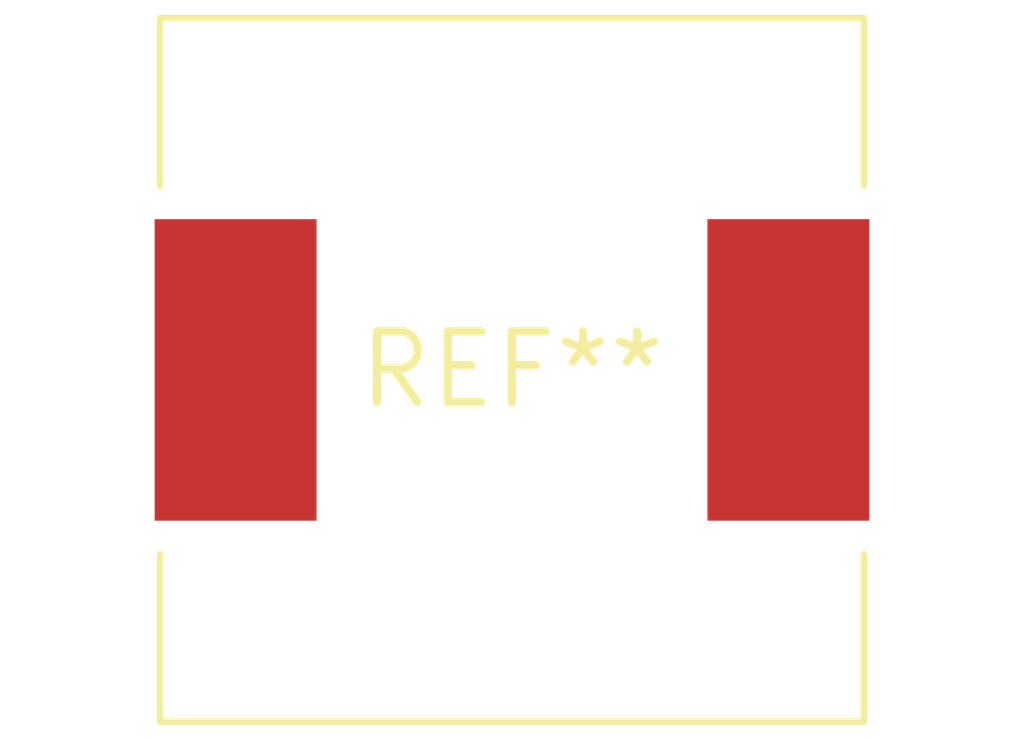
<source format=kicad_pcb>
(kicad_pcb (version 20240108) (generator pcbnew)
  (layers (0 "F.Cu" signal) (31 "B.Cu" signal) (34 "B.Paste" user) (35 "F.Paste" user) (36 "B.SilkS" user "B.Silkscreen") (37 "F.SilkS" user "F.Silkscreen") (38 "B.Mask" user) (39 "F.Mask" user) (44 "Edge.Cuts" user))
  (net 0 "")
  (footprint "L_12x12mm_H8mm" (layer "F.Cu") (at 0 0)
    (property "Reference" "REF**")
    (property "Value" "L_12x12mm_H8mm")
    (fp_line (start -6.3 -6.3) (end 6.3 -6.3) (layer "F.SilkS") (stroke (width 0.12)))
    (fp_line (start -6.3 -3.3) (end -6.3 -6.3) (layer "F.SilkS") (stroke (width 0.12)))
    (fp_line (start -6.3 6.3) (end -6.3 3.3) (layer "F.SilkS") (stroke (width 0.12)))
    (fp_line (start 6.3 -6.3) (end 6.3 -3.3) (layer "F.SilkS") (stroke (width 0.12)))
    (fp_line (start 6.3 3.3) (end 6.3 6.3) (layer "F.SilkS") (stroke (width 0.12)))
    (fp_line (start 6.3 6.3) (end -6.3 6.3) (layer "F.SilkS") (stroke (width 0.12)))
    (pad "1" smd rect (at -4.95 0) (size 2.9 5.4) (layers "F.Cu" "F.Paste" "F.Mask"))
    (pad "2" smd rect (at 4.95 0) (size 2.9 5.4) (layers "F.Cu" "F.Paste" "F.Mask"))
  )
)
</source>
